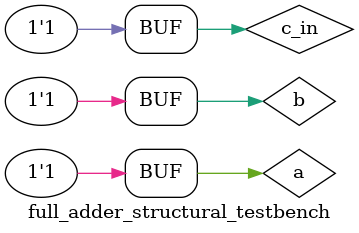
<source format=sv>
`timescale 1ns / 1ps

module full_adder_structural_testbench();
    logic a, b, c_in, s, c_out;

    full_adder_structural full_adder(a, b, c_in, s, c_out);
    initial begin
        a = 0; b = 0; c_in = 0; #10;
        c_in = 1;               #10;
        b = 1; c_in = 0;        #10;
        c_in = 1;               #10;
        a = 1; b = 0; c_in = 0; #10;
        c_in = 1;               #10;
        b = 1; c_in = 0;        #10;
        c_in = 1;               #10;
    end
endmodule

</source>
